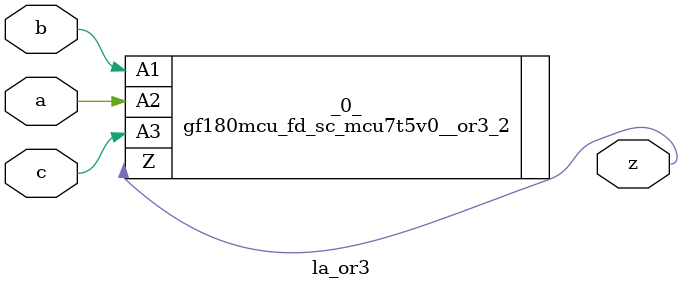
<source format=v>

/* Generated by Yosys 0.37 (git sha1 a5c7f69ed, clang 14.0.0-1ubuntu1.1 -fPIC -Os) */

module la_or3(a, b, c, z);
  input a;
  wire a;
  input b;
  wire b;
  input c;
  wire c;
  output z;
  wire z;
  gf180mcu_fd_sc_mcu7t5v0__or3_2 _0_ (
    .A1(b),
    .A2(a),
    .A3(c),
    .Z(z)
  );
endmodule

</source>
